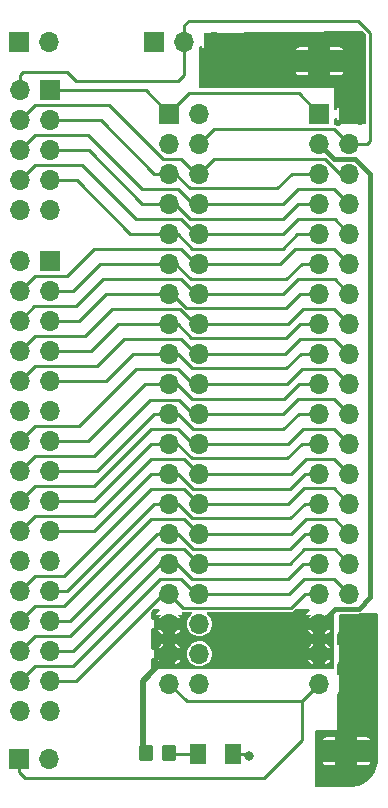
<source format=gbr>
%TF.GenerationSoftware,KiCad,Pcbnew,8.0.1*%
%TF.CreationDate,2024-04-12T14:48:39-05:00*%
%TF.ProjectId,Digilent Discovery LA Adapter,44696769-6c65-46e7-9420-446973636f76,1*%
%TF.SameCoordinates,Original*%
%TF.FileFunction,Copper,L1,Top*%
%TF.FilePolarity,Positive*%
%FSLAX46Y46*%
G04 Gerber Fmt 4.6, Leading zero omitted, Abs format (unit mm)*
G04 Created by KiCad (PCBNEW 8.0.1) date 2024-04-12 14:48:39*
%MOMM*%
%LPD*%
G01*
G04 APERTURE LIST*
G04 Aperture macros list*
%AMRoundRect*
0 Rectangle with rounded corners*
0 $1 Rounding radius*
0 $2 $3 $4 $5 $6 $7 $8 $9 X,Y pos of 4 corners*
0 Add a 4 corners polygon primitive as box body*
4,1,4,$2,$3,$4,$5,$6,$7,$8,$9,$2,$3,0*
0 Add four circle primitives for the rounded corners*
1,1,$1+$1,$2,$3*
1,1,$1+$1,$4,$5*
1,1,$1+$1,$6,$7*
1,1,$1+$1,$8,$9*
0 Add four rect primitives between the rounded corners*
20,1,$1+$1,$2,$3,$4,$5,0*
20,1,$1+$1,$4,$5,$6,$7,0*
20,1,$1+$1,$6,$7,$8,$9,0*
20,1,$1+$1,$8,$9,$2,$3,0*%
G04 Aperture macros list end*
%TA.AperFunction,SMDPad,CuDef*%
%ADD10R,3.450000X1.850000*%
%TD*%
%TA.AperFunction,ComponentPad*%
%ADD11R,1.700000X1.700000*%
%TD*%
%TA.AperFunction,ComponentPad*%
%ADD12O,1.700000X1.700000*%
%TD*%
%TA.AperFunction,SMDPad,CuDef*%
%ADD13RoundRect,0.250001X0.462499X0.624999X-0.462499X0.624999X-0.462499X-0.624999X0.462499X-0.624999X0*%
%TD*%
%TA.AperFunction,SMDPad,CuDef*%
%ADD14RoundRect,0.250000X-0.350000X-0.450000X0.350000X-0.450000X0.350000X0.450000X-0.350000X0.450000X0*%
%TD*%
%TA.AperFunction,ViaPad*%
%ADD15C,0.800000*%
%TD*%
%TA.AperFunction,Conductor*%
%ADD16C,0.254000*%
%TD*%
%TA.AperFunction,Conductor*%
%ADD17C,0.508000*%
%TD*%
%TA.AperFunction,Conductor*%
%ADD18C,0.406400*%
%TD*%
G04 APERTURE END LIST*
D10*
%TO.P,TP2,1,1*%
%TO.N,GND*%
X162560000Y-61595000D03*
%TD*%
%TO.P,TP1,1,1*%
%TO.N,GND*%
X164846000Y-120015000D03*
%TD*%
D11*
%TO.P,J4,1,Pin_1*%
%TO.N,GND*%
X139720000Y-78486000D03*
D12*
%TO.P,J4,2,Pin_2*%
X137180000Y-78486000D03*
%TO.P,J4,3,Pin_3*%
%TO.N,/XA0*%
X139720000Y-81026000D03*
%TO.P,J4,4,Pin_4*%
%TO.N,/XA1*%
X137180000Y-81026000D03*
%TO.P,J4,5,Pin_5*%
%TO.N,/XA2*%
X139720000Y-83566000D03*
%TO.P,J4,6,Pin_6*%
%TO.N,/XA3*%
X137180000Y-83566000D03*
%TO.P,J4,7,Pin_7*%
%TO.N,/XA4*%
X139720000Y-86106000D03*
%TO.P,J4,8,Pin_8*%
%TO.N,/XA5*%
X137180000Y-86106000D03*
%TO.P,J4,9,Pin_9*%
%TO.N,/XA6*%
X139720000Y-88646000D03*
%TO.P,J4,10,Pin_10*%
%TO.N,/XA7*%
X137180000Y-88646000D03*
%TO.P,J4,11,Pin_11*%
%TO.N,GND*%
X139720000Y-91186000D03*
%TO.P,J4,12,Pin_12*%
X137180000Y-91186000D03*
%TO.P,J4,13,Pin_13*%
%TO.N,/XA8*%
X139720000Y-93726000D03*
%TO.P,J4,14,Pin_14*%
%TO.N,/XA9*%
X137180000Y-93726000D03*
%TO.P,J4,15,Pin_15*%
%TO.N,/XA10*%
X139720000Y-96266000D03*
%TO.P,J4,16,Pin_16*%
%TO.N,/XA11*%
X137180000Y-96266000D03*
%TO.P,J4,17,Pin_17*%
%TO.N,/XA12*%
X139720000Y-98806000D03*
%TO.P,J4,18,Pin_18*%
%TO.N,/XA13*%
X137180000Y-98806000D03*
%TO.P,J4,19,Pin_19*%
%TO.N,/XA14*%
X139720000Y-101346000D03*
%TO.P,J4,20,Pin_20*%
%TO.N,/XA15*%
X137180000Y-101346000D03*
%TO.P,J4,21,Pin_21*%
%TO.N,GND*%
X139720000Y-103886000D03*
%TO.P,J4,22,Pin_22*%
X137180000Y-103886000D03*
%TO.P,J4,23,Pin_23*%
%TO.N,/XD0*%
X139720000Y-106426000D03*
%TO.P,J4,24,Pin_24*%
%TO.N,/XD1*%
X137180000Y-106426000D03*
%TO.P,J4,25,Pin_25*%
%TO.N,/XD2*%
X139720000Y-108966000D03*
%TO.P,J4,26,Pin_26*%
%TO.N,/XD3*%
X137180000Y-108966000D03*
%TO.P,J4,27,Pin_27*%
%TO.N,/XD4*%
X139720000Y-111506000D03*
%TO.P,J4,28,Pin_28*%
%TO.N,/XD5*%
X137180000Y-111506000D03*
%TO.P,J4,29,Pin_29*%
%TO.N,/XD6*%
X139720000Y-114046000D03*
%TO.P,J4,30,Pin_30*%
%TO.N,/XD7*%
X137180000Y-114046000D03*
%TO.P,J4,31,Pin_31*%
%TO.N,GND*%
X139720000Y-116586000D03*
%TO.P,J4,32,Pin_32*%
X137180000Y-116586000D03*
%TD*%
D13*
%TO.P,D1,1,K*%
%TO.N,GND*%
X155284500Y-120269000D03*
%TO.P,D1,2,A*%
%TO.N,Net-(D1-A)*%
X152309500Y-120269000D03*
%TD*%
D11*
%TO.P,J6,1,Pin_1*%
%TO.N,/XIN*%
X137155000Y-120650000D03*
D12*
%TO.P,J6,2,Pin_2*%
%TO.N,GND*%
X139695000Y-120650000D03*
%TD*%
D11*
%TO.P,J7,1,Pin_1*%
%TO.N,+5V*%
X137155000Y-59944000D03*
D12*
%TO.P,J7,2,Pin_2*%
%TO.N,GND*%
X139695000Y-59944000D03*
%TD*%
D11*
%TO.P,J2,1,Pin_1*%
%TO.N,/XCLK*%
X162560000Y-66039293D03*
D12*
%TO.P,J2,2,Pin_2*%
%TO.N,GND*%
X165100000Y-66039293D03*
%TO.P,J2,3,Pin_3*%
%TO.N,+5V*%
X162560000Y-68579293D03*
%TO.P,J2,4,Pin_4*%
%TO.N,/XE*%
X165100000Y-68579293D03*
%TO.P,J2,5,Pin_5*%
%TO.N,/XBUSREQ*%
X162560000Y-71119293D03*
%TO.P,J2,6,Pin_6*%
%TO.N,/XSLC*%
X165100000Y-71119293D03*
%TO.P,J2,7,Pin_7*%
%TO.N,/XBUSACK*%
X162560000Y-73659293D03*
%TO.P,J2,8,Pin_8*%
%TO.N,/XIRQ*%
X165100000Y-73659293D03*
%TO.P,J2,9,Pin_9*%
%TO.N,/XRD*%
X162560000Y-76199293D03*
%TO.P,J2,10,Pin_10*%
%TO.N,/XWR*%
X165100000Y-76199293D03*
%TO.P,J2,11,Pin_11*%
%TO.N,/XA0*%
X162560000Y-78739293D03*
%TO.P,J2,12,Pin_12*%
%TO.N,/XA1*%
X165100000Y-78739293D03*
%TO.P,J2,13,Pin_13*%
%TO.N,/XA2*%
X162560000Y-81279293D03*
%TO.P,J2,14,Pin_14*%
%TO.N,/XA3*%
X165100000Y-81279293D03*
%TO.P,J2,15,Pin_15*%
%TO.N,/XA4*%
X162560000Y-83819293D03*
%TO.P,J2,16,Pin_16*%
%TO.N,/XA5*%
X165100000Y-83819293D03*
%TO.P,J2,17,Pin_17*%
%TO.N,/XA6*%
X162560000Y-86359293D03*
%TO.P,J2,18,Pin_18*%
%TO.N,/XA7*%
X165100000Y-86359293D03*
%TO.P,J2,19,Pin_19*%
%TO.N,/XA8*%
X162560000Y-88899293D03*
%TO.P,J2,20,Pin_20*%
%TO.N,/XA9*%
X165100000Y-88899293D03*
%TO.P,J2,21,Pin_21*%
%TO.N,/XA10*%
X162560000Y-91439293D03*
%TO.P,J2,22,Pin_22*%
%TO.N,/XA11*%
X165100000Y-91439293D03*
%TO.P,J2,23,Pin_23*%
%TO.N,/XA12*%
X162560000Y-93979293D03*
%TO.P,J2,24,Pin_24*%
%TO.N,/XA13*%
X165100000Y-93979293D03*
%TO.P,J2,25,Pin_25*%
%TO.N,/XA14*%
X162560000Y-96519293D03*
%TO.P,J2,26,Pin_26*%
%TO.N,/XA15*%
X165100000Y-96519293D03*
%TO.P,J2,27,Pin_27*%
%TO.N,/XD0*%
X162560000Y-99059293D03*
%TO.P,J2,28,Pin_28*%
%TO.N,/XD1*%
X165100000Y-99059293D03*
%TO.P,J2,29,Pin_29*%
%TO.N,/XD2*%
X162560000Y-101599293D03*
%TO.P,J2,30,Pin_30*%
%TO.N,/XD3*%
X165100000Y-101599293D03*
%TO.P,J2,31,Pin_31*%
%TO.N,/XD4*%
X162560000Y-104139293D03*
%TO.P,J2,32,Pin_32*%
%TO.N,/XD5*%
X165100000Y-104139293D03*
%TO.P,J2,33,Pin_33*%
%TO.N,/XD6*%
X162560000Y-106679293D03*
%TO.P,J2,34,Pin_34*%
%TO.N,/XD7*%
X165100000Y-106679293D03*
%TO.P,J2,35,Pin_35*%
%TO.N,+5V*%
X162560000Y-109219293D03*
%TO.P,J2,36,Pin_36*%
%TO.N,GND*%
X165100000Y-109219293D03*
%TO.P,J2,37,Pin_37*%
%TO.N,+5V*%
X162560000Y-111759293D03*
%TO.P,J2,38,Pin_38*%
%TO.N,GND*%
X165100000Y-111759293D03*
%TO.P,J2,39,Pin_39*%
%TO.N,/XIN*%
X162560000Y-114299293D03*
%TO.P,J2,40,Pin_40*%
%TO.N,GND*%
X165100000Y-114299293D03*
%TD*%
D11*
%TO.P,J5,1,Pin_1*%
%TO.N,/XCLK*%
X139720000Y-64038000D03*
D12*
%TO.P,J5,2,Pin_2*%
%TO.N,/XE*%
X137180000Y-64038000D03*
%TO.P,J5,3,Pin_3*%
%TO.N,/XBUSREQ*%
X139720000Y-66578000D03*
%TO.P,J5,4,Pin_4*%
%TO.N,/XSLC*%
X137180000Y-66578000D03*
%TO.P,J5,5,Pin_5*%
%TO.N,/XBUSACK*%
X139720000Y-69118000D03*
%TO.P,J5,6,Pin_6*%
%TO.N,/XIRQ*%
X137180000Y-69118000D03*
%TO.P,J5,7,Pin_7*%
%TO.N,/XRD*%
X139720000Y-71658000D03*
%TO.P,J5,8,Pin_8*%
%TO.N,/XWR*%
X137180000Y-71658000D03*
%TO.P,J5,9,Pin_9*%
%TO.N,GND*%
X139720000Y-74198000D03*
%TO.P,J5,10,Pin_10*%
X137180000Y-74198000D03*
%TD*%
D14*
%TO.P,R1,1*%
%TO.N,+5V*%
X147844000Y-120142000D03*
%TO.P,R1,2*%
%TO.N,Net-(D1-A)*%
X149844000Y-120142000D03*
%TD*%
D11*
%TO.P,J3,1,Pin_1*%
%TO.N,+5V*%
X148590000Y-59944000D03*
D12*
%TO.P,J3,2,Pin_2*%
%TO.N,/XE*%
X151130000Y-59944000D03*
%TO.P,J3,3,Pin_3*%
%TO.N,GND*%
X153670000Y-59944000D03*
%TD*%
D11*
%TO.P,J1,1,Pin_1*%
%TO.N,/XCLK*%
X149860000Y-66040000D03*
D12*
%TO.P,J1,2,Pin_2*%
%TO.N,GND*%
X152400000Y-66040000D03*
%TO.P,J1,3,Pin_3*%
%TO.N,+5V*%
X149860000Y-68580000D03*
%TO.P,J1,4,Pin_4*%
%TO.N,/XE*%
X152400000Y-68580000D03*
%TO.P,J1,5,Pin_5*%
%TO.N,/XBUSREQ*%
X149860000Y-71120000D03*
%TO.P,J1,6,Pin_6*%
%TO.N,/XSLC*%
X152400000Y-71120000D03*
%TO.P,J1,7,Pin_7*%
%TO.N,/XBUSACK*%
X149860000Y-73660000D03*
%TO.P,J1,8,Pin_8*%
%TO.N,/XIRQ*%
X152400000Y-73660000D03*
%TO.P,J1,9,Pin_9*%
%TO.N,/XRD*%
X149860000Y-76200000D03*
%TO.P,J1,10,Pin_10*%
%TO.N,/XWR*%
X152400000Y-76200000D03*
%TO.P,J1,11,Pin_11*%
%TO.N,/XA0*%
X149860000Y-78740000D03*
%TO.P,J1,12,Pin_12*%
%TO.N,/XA1*%
X152400000Y-78740000D03*
%TO.P,J1,13,Pin_13*%
%TO.N,/XA2*%
X149860000Y-81280000D03*
%TO.P,J1,14,Pin_14*%
%TO.N,/XA3*%
X152400000Y-81280000D03*
%TO.P,J1,15,Pin_15*%
%TO.N,/XA4*%
X149860000Y-83820000D03*
%TO.P,J1,16,Pin_16*%
%TO.N,/XA5*%
X152400000Y-83820000D03*
%TO.P,J1,17,Pin_17*%
%TO.N,/XA6*%
X149860000Y-86360000D03*
%TO.P,J1,18,Pin_18*%
%TO.N,/XA7*%
X152400000Y-86360000D03*
%TO.P,J1,19,Pin_19*%
%TO.N,/XA8*%
X149860000Y-88900000D03*
%TO.P,J1,20,Pin_20*%
%TO.N,/XA9*%
X152400000Y-88900000D03*
%TO.P,J1,21,Pin_21*%
%TO.N,/XA10*%
X149860000Y-91440000D03*
%TO.P,J1,22,Pin_22*%
%TO.N,/XA11*%
X152400000Y-91440000D03*
%TO.P,J1,23,Pin_23*%
%TO.N,/XA12*%
X149860000Y-93980000D03*
%TO.P,J1,24,Pin_24*%
%TO.N,/XA13*%
X152400000Y-93980000D03*
%TO.P,J1,25,Pin_25*%
%TO.N,/XA14*%
X149860000Y-96520000D03*
%TO.P,J1,26,Pin_26*%
%TO.N,/XA15*%
X152400000Y-96520000D03*
%TO.P,J1,27,Pin_27*%
%TO.N,/XD0*%
X149860000Y-99060000D03*
%TO.P,J1,28,Pin_28*%
%TO.N,/XD1*%
X152400000Y-99060000D03*
%TO.P,J1,29,Pin_29*%
%TO.N,/XD2*%
X149860000Y-101600000D03*
%TO.P,J1,30,Pin_30*%
%TO.N,/XD3*%
X152400000Y-101600000D03*
%TO.P,J1,31,Pin_31*%
%TO.N,/XD4*%
X149860000Y-104140000D03*
%TO.P,J1,32,Pin_32*%
%TO.N,/XD5*%
X152400000Y-104140000D03*
%TO.P,J1,33,Pin_33*%
%TO.N,/XD6*%
X149860000Y-106680000D03*
%TO.P,J1,34,Pin_34*%
%TO.N,/XD7*%
X152400000Y-106680000D03*
%TO.P,J1,35,Pin_35*%
%TO.N,+5V*%
X149860000Y-109220000D03*
%TO.P,J1,36,Pin_36*%
%TO.N,GND*%
X152400000Y-109220000D03*
%TO.P,J1,37,Pin_37*%
%TO.N,+5V*%
X149860000Y-111760000D03*
%TO.P,J1,38,Pin_38*%
%TO.N,GND*%
X152400000Y-111760000D03*
%TO.P,J1,39,Pin_39*%
%TO.N,/XIN*%
X149860000Y-114300000D03*
%TO.P,J1,40,Pin_40*%
%TO.N,GND*%
X152400000Y-114300000D03*
%TD*%
D15*
%TO.N,GND*%
X165481000Y-61722000D03*
X159512000Y-61595000D03*
X156591000Y-120396000D03*
%TD*%
D16*
%TO.N,/XE*%
X165862000Y-58166000D02*
X151511000Y-58166000D01*
X166878000Y-59182000D02*
X165862000Y-58166000D01*
X151130000Y-58547000D02*
X151130000Y-59944000D01*
X166878000Y-67945000D02*
X166878000Y-59182000D01*
X151511000Y-58166000D02*
X151130000Y-58547000D01*
X166878000Y-67945000D02*
X166878000Y-68326000D01*
X166624707Y-68579293D02*
X166878000Y-68326000D01*
X165100000Y-68579293D02*
X166624707Y-68579293D01*
%TO.N,/XIN*%
X157861000Y-122301000D02*
X161060000Y-119102000D01*
X161060000Y-119102000D02*
X161060000Y-115800000D01*
X137668000Y-122301000D02*
X157861000Y-122301000D01*
X137155000Y-121788000D02*
X137668000Y-122301000D01*
X137155000Y-120650000D02*
X137155000Y-121788000D01*
%TO.N,GND*%
X156464000Y-120269000D02*
X156591000Y-120396000D01*
X155284500Y-120269000D02*
X156464000Y-120269000D01*
%TO.N,Net-(D1-A)*%
X149844000Y-120142000D02*
X149971000Y-120269000D01*
X149971000Y-120269000D02*
X152309500Y-120269000D01*
D17*
%TO.N,+5V*%
X147590000Y-114030000D02*
X149860000Y-111760000D01*
X147844000Y-120142000D02*
X147590000Y-119888000D01*
X147590000Y-119888000D02*
X147590000Y-114030000D01*
D16*
%TO.N,/XE*%
X151130000Y-59944000D02*
X151130000Y-62738000D01*
X137180000Y-62738000D02*
X137180000Y-64038000D01*
X137434000Y-62484000D02*
X137180000Y-62738000D01*
X141986000Y-63246000D02*
X141224000Y-62484000D01*
X150622000Y-63246000D02*
X141986000Y-63246000D01*
X151130000Y-62738000D02*
X150622000Y-63246000D01*
X141224000Y-62484000D02*
X137434000Y-62484000D01*
%TO.N,/XA3*%
X141986000Y-82296000D02*
X144272000Y-80010000D01*
X163850000Y-80030000D02*
X163850000Y-80000000D01*
X159250000Y-81300000D02*
X159230000Y-81280000D01*
X159230000Y-81280000D02*
X152400000Y-81280000D01*
X138430000Y-82316000D02*
X138430000Y-82296000D01*
X138430000Y-82296000D02*
X141986000Y-82296000D01*
X160750000Y-80000000D02*
X159450000Y-81300000D01*
X137180000Y-83566000D02*
X138430000Y-82316000D01*
X152146000Y-81280000D02*
X152400000Y-81280000D01*
X144272000Y-80010000D02*
X150876000Y-80010000D01*
X163850000Y-80000000D02*
X160750000Y-80000000D01*
X150876000Y-80010000D02*
X152146000Y-81280000D01*
X159450000Y-81300000D02*
X159250000Y-81300000D01*
X165100000Y-81280000D02*
X163850000Y-80030000D01*
%TO.N,/XA8*%
X150500000Y-88900000D02*
X151750000Y-90150000D01*
X151750000Y-90150000D02*
X159600000Y-90150000D01*
X160850000Y-88900000D02*
X162560000Y-88900000D01*
X149860000Y-88900000D02*
X150500000Y-88900000D01*
X139720000Y-93726000D02*
X143002000Y-93726000D01*
X159600000Y-90150000D02*
X160850000Y-88900000D01*
X147828000Y-88900000D02*
X149860000Y-88900000D01*
X143002000Y-93726000D02*
X147828000Y-88900000D01*
%TO.N,/XA11*%
X150711800Y-90259800D02*
X151892000Y-91440000D01*
X163830000Y-90170000D02*
X160780000Y-90170000D01*
X137180000Y-96266000D02*
X138450000Y-94996000D01*
X148246200Y-90259800D02*
X150711800Y-90259800D01*
X143510000Y-94996000D02*
X148246200Y-90259800D01*
X159510000Y-91440000D02*
X152400000Y-91440000D01*
X165100000Y-91440000D02*
X163830000Y-90170000D01*
X138450000Y-94996000D02*
X143510000Y-94996000D01*
X151892000Y-91440000D02*
X152400000Y-91440000D01*
X160780000Y-90170000D02*
X159510000Y-91440000D01*
%TO.N,/XD6*%
X141986000Y-114046000D02*
X149352000Y-106680000D01*
X160177719Y-107860200D02*
X161357919Y-106680000D01*
X149352000Y-106680000D02*
X149860000Y-106680000D01*
X151040200Y-107860200D02*
X160177719Y-107860200D01*
X139720000Y-114046000D02*
X141986000Y-114046000D01*
X149860000Y-106680000D02*
X151040200Y-107860200D01*
X161357919Y-106680000D02*
X162560000Y-106680000D01*
%TO.N,/XBUSREQ*%
X149860000Y-71120000D02*
X148590000Y-71120000D01*
X151598000Y-72350000D02*
X159000000Y-72350000D01*
X144048000Y-66578000D02*
X139720000Y-66578000D01*
X160230000Y-71120000D02*
X162560000Y-71120000D01*
X148590000Y-71120000D02*
X144048000Y-66578000D01*
X159000000Y-72350000D02*
X160230000Y-71120000D01*
X149860000Y-71120000D02*
X150368000Y-71120000D01*
X150368000Y-71120000D02*
X151598000Y-72350000D01*
%TO.N,/XD3*%
X151130000Y-100330000D02*
X152400000Y-101600000D01*
X137180000Y-108966000D02*
X138450000Y-107696000D01*
X160150000Y-101600000D02*
X152400000Y-101600000D01*
X165100000Y-101600000D02*
X163850000Y-100350000D01*
X138450000Y-107696000D02*
X140970000Y-107696000D01*
X148336000Y-100330000D02*
X151130000Y-100330000D01*
X140970000Y-107696000D02*
X148336000Y-100330000D01*
X163850000Y-100350000D02*
X161400000Y-100350000D01*
X161400000Y-100350000D02*
X160150000Y-101600000D01*
%TO.N,/XA7*%
X143764000Y-87376000D02*
X146050000Y-85090000D01*
X138450000Y-87376000D02*
X143764000Y-87376000D01*
X152146000Y-86360000D02*
X152400000Y-86360000D01*
X137180000Y-88646000D02*
X138450000Y-87376000D01*
X150876000Y-85090000D02*
X152146000Y-86360000D01*
X165100000Y-86360000D02*
X163830000Y-85090000D01*
X159690000Y-86360000D02*
X152400000Y-86360000D01*
X163830000Y-85090000D02*
X160960000Y-85090000D01*
X160960000Y-85090000D02*
X159690000Y-86360000D01*
X146050000Y-85090000D02*
X150876000Y-85090000D01*
%TO.N,/XA0*%
X144018000Y-78740000D02*
X149860000Y-78740000D01*
X151678000Y-80050000D02*
X159750000Y-80050000D01*
X161060000Y-78740000D02*
X162560000Y-78740000D01*
X150368000Y-78740000D02*
X151678000Y-80050000D01*
X139720000Y-81026000D02*
X141732000Y-81026000D01*
X159750000Y-80050000D02*
X161060000Y-78740000D01*
X149860000Y-78740000D02*
X150368000Y-78740000D01*
X141732000Y-81026000D02*
X144018000Y-78740000D01*
%TO.N,/XD0*%
X139720000Y-106426000D02*
X141224000Y-106426000D01*
X148590000Y-99060000D02*
X149860000Y-99060000D01*
X141224000Y-106426000D02*
X148590000Y-99060000D01*
X149860000Y-99060000D02*
X150549472Y-99060000D01*
X150549472Y-99060000D02*
X151789472Y-100300000D01*
X160100000Y-100300000D02*
X161340000Y-99060000D01*
X151789472Y-100300000D02*
X160100000Y-100300000D01*
X161340000Y-99060000D02*
X162560000Y-99060000D01*
D18*
%TO.N,+5V*%
X163843600Y-107935693D02*
X165876307Y-107935693D01*
X165876307Y-107935693D02*
X166878000Y-106934000D01*
X165607525Y-69850000D02*
X163830707Y-69850000D01*
X166878000Y-106934000D02*
X166878000Y-71120475D01*
X166878000Y-71120475D02*
X165607525Y-69850000D01*
X163830707Y-69850000D02*
X162560000Y-68579293D01*
X162560000Y-109219293D02*
X163843600Y-107935693D01*
D16*
%TO.N,/XE*%
X165100000Y-68580000D02*
X163830000Y-67310000D01*
X166624000Y-68580000D02*
X165100000Y-68580000D01*
X163830000Y-67310000D02*
X153670000Y-67310000D01*
X153670000Y-67310000D02*
X152400000Y-68580000D01*
X166878000Y-68326000D02*
X166624000Y-68580000D01*
%TO.N,/XCLK*%
X147858000Y-64038000D02*
X149860000Y-66040000D01*
X151500000Y-64300000D02*
X149860000Y-65940000D01*
X162560000Y-66040000D02*
X160820000Y-64300000D01*
X149860000Y-65940000D02*
X149860000Y-66040000D01*
X139720000Y-64038000D02*
X147858000Y-64038000D01*
X160820000Y-64300000D02*
X151500000Y-64300000D01*
%TO.N,/XWR*%
X163850000Y-74950000D02*
X160750000Y-74950000D01*
X165100000Y-76200000D02*
X163850000Y-74950000D01*
X147066000Y-74930000D02*
X150876000Y-74930000D01*
X138480000Y-70358000D02*
X142494000Y-70358000D01*
X142494000Y-70358000D02*
X147066000Y-74930000D01*
X137180000Y-71658000D02*
X138480000Y-70358000D01*
X160750000Y-74950000D02*
X159500000Y-76200000D01*
X152146000Y-76200000D02*
X152400000Y-76200000D01*
X159500000Y-76200000D02*
X152400000Y-76200000D01*
X150876000Y-74930000D02*
X152146000Y-76200000D01*
%TO.N,/XA14*%
X151900000Y-97800000D02*
X160077919Y-97800000D01*
X139720000Y-101346000D02*
X143510000Y-101346000D01*
X150620000Y-96520000D02*
X151900000Y-97800000D01*
X143510000Y-101346000D02*
X148336000Y-96520000D01*
X149860000Y-96520000D02*
X150620000Y-96520000D01*
X160077919Y-97800000D02*
X161357919Y-96520000D01*
X148336000Y-96520000D02*
X149860000Y-96520000D01*
X161357919Y-96520000D02*
X162560000Y-96520000D01*
%TO.N,/XIRQ*%
X159490000Y-73660000D02*
X152400000Y-73660000D01*
X152400000Y-73660000D02*
X151892000Y-73660000D01*
X165100000Y-73660000D02*
X163830000Y-72390000D01*
X150622000Y-72390000D02*
X147574000Y-72390000D01*
X163830000Y-72390000D02*
X160760000Y-72390000D01*
X151892000Y-73660000D02*
X150622000Y-72390000D01*
X143002000Y-67818000D02*
X138480000Y-67818000D01*
X138480000Y-67818000D02*
X137180000Y-69118000D01*
X160760000Y-72390000D02*
X159490000Y-73660000D01*
X147574000Y-72390000D02*
X143002000Y-67818000D01*
%TO.N,/XA2*%
X144526000Y-81280000D02*
X149860000Y-81280000D01*
X139720000Y-83566000D02*
X142240000Y-83566000D01*
X159739800Y-82460200D02*
X160920000Y-81280000D01*
X150114000Y-81280000D02*
X151294200Y-82460200D01*
X160920000Y-81280000D02*
X162560000Y-81280000D01*
X142240000Y-83566000D02*
X144526000Y-81280000D01*
X149860000Y-81280000D02*
X150114000Y-81280000D01*
X151294200Y-82460200D02*
X159739800Y-82460200D01*
%TO.N,/XA6*%
X139720000Y-88646000D02*
X144526000Y-88646000D01*
X160990000Y-86360000D02*
X162560000Y-86360000D01*
X159750000Y-87600000D02*
X160990000Y-86360000D01*
X144526000Y-88646000D02*
X146812000Y-86360000D01*
X146812000Y-86360000D02*
X149860000Y-86360000D01*
X150560000Y-86360000D02*
X151800000Y-87600000D01*
X149860000Y-86360000D02*
X150560000Y-86360000D01*
X151800000Y-87600000D02*
X159750000Y-87600000D01*
%TO.N,/XD1*%
X161250000Y-97750000D02*
X159940000Y-99060000D01*
X151130000Y-97790000D02*
X152400000Y-99060000D01*
X140970000Y-105156000D02*
X148336000Y-97790000D01*
X165100000Y-99060000D02*
X163790000Y-97750000D01*
X159940000Y-99060000D02*
X152400000Y-99060000D01*
X163790000Y-97750000D02*
X161250000Y-97750000D01*
X137180000Y-106426000D02*
X138450000Y-105156000D01*
X138450000Y-105156000D02*
X140970000Y-105156000D01*
X148336000Y-97790000D02*
X151130000Y-97790000D01*
%TO.N,/XA15*%
X143510000Y-100076000D02*
X148336000Y-95250000D01*
X138450000Y-100076000D02*
X143510000Y-100076000D01*
X137180000Y-101346000D02*
X138450000Y-100076000D01*
X148336000Y-95250000D02*
X151130000Y-95250000D01*
X160130000Y-96520000D02*
X152400000Y-96520000D01*
X151130000Y-95250000D02*
X152400000Y-96520000D01*
X163830000Y-95250000D02*
X161400000Y-95250000D01*
X165100000Y-96520000D02*
X163830000Y-95250000D01*
X161400000Y-95250000D02*
X160130000Y-96520000D01*
%TO.N,/XD2*%
X151872000Y-102850000D02*
X160107919Y-102850000D01*
X139720000Y-108966000D02*
X141478000Y-108966000D01*
X148844000Y-101600000D02*
X149860000Y-101600000D01*
X161357919Y-101600000D02*
X162560000Y-101600000D01*
X141478000Y-108966000D02*
X148844000Y-101600000D01*
X160107919Y-102850000D02*
X161357919Y-101600000D01*
X149860000Y-101600000D02*
X150622000Y-101600000D01*
X150622000Y-101600000D02*
X151872000Y-102850000D01*
%TO.N,/XA13*%
X143510000Y-97536000D02*
X148336000Y-92710000D01*
X138450000Y-97536000D02*
X143510000Y-97536000D01*
X151892000Y-93980000D02*
X152400000Y-93980000D01*
X137180000Y-98806000D02*
X138450000Y-97536000D01*
X161140000Y-92710000D02*
X159870000Y-93980000D01*
X159870000Y-93980000D02*
X152400000Y-93980000D01*
X150622000Y-92710000D02*
X151892000Y-93980000D01*
X165100000Y-93980000D02*
X163830000Y-92710000D01*
X163830000Y-92710000D02*
X161140000Y-92710000D01*
X148336000Y-92710000D02*
X150622000Y-92710000D01*
%TO.N,/XD5*%
X165100000Y-104140000D02*
X163860000Y-102900000D01*
X141478000Y-110236000D02*
X148844000Y-102870000D01*
X151130000Y-102870000D02*
X152400000Y-104140000D01*
X160060000Y-104140000D02*
X152400000Y-104140000D01*
X161300000Y-102900000D02*
X160060000Y-104140000D01*
X148844000Y-102870000D02*
X151130000Y-102870000D01*
X138450000Y-110236000D02*
X141478000Y-110236000D01*
X137180000Y-111506000D02*
X138450000Y-110236000D01*
X163860000Y-102900000D02*
X161300000Y-102900000D01*
%TO.N,/XA5*%
X137180000Y-86106000D02*
X138450000Y-84836000D01*
X152007422Y-83820000D02*
X152400000Y-83820000D01*
X165100000Y-83820000D02*
X163830000Y-82550000D01*
X145034000Y-82550000D02*
X150737422Y-82550000D01*
X150737422Y-82550000D02*
X152007422Y-83820000D01*
X161150000Y-82550000D02*
X159880000Y-83820000D01*
X142748000Y-84836000D02*
X145034000Y-82550000D01*
X159880000Y-83820000D02*
X152400000Y-83820000D01*
X138450000Y-84836000D02*
X142748000Y-84836000D01*
X163830000Y-82550000D02*
X161150000Y-82550000D01*
%TO.N,/XSLC*%
X164346365Y-71120000D02*
X163076365Y-69850000D01*
X152400000Y-71120000D02*
X152146000Y-71120000D01*
X150876000Y-69850000D02*
X149352000Y-69850000D01*
X149352000Y-69850000D02*
X144780000Y-65278000D01*
X138480000Y-65278000D02*
X137180000Y-66578000D01*
X153670000Y-69850000D02*
X152400000Y-71120000D01*
X144780000Y-65278000D02*
X138480000Y-65278000D01*
X163076365Y-69850000D02*
X153670000Y-69850000D01*
X152146000Y-71120000D02*
X150876000Y-69850000D01*
X165100000Y-71120000D02*
X164346365Y-71120000D01*
%TO.N,/XA10*%
X151900000Y-92750000D02*
X159500000Y-92750000D01*
X143764000Y-96266000D02*
X148590000Y-91440000D01*
X148590000Y-91440000D02*
X149860000Y-91440000D01*
X160810000Y-91440000D02*
X162560000Y-91440000D01*
X149860000Y-91440000D02*
X150590000Y-91440000D01*
X150590000Y-91440000D02*
X151900000Y-92750000D01*
X139720000Y-96266000D02*
X143764000Y-96266000D01*
X159500000Y-92750000D02*
X160810000Y-91440000D01*
%TO.N,/XRD*%
X139720000Y-71658000D02*
X142016000Y-71658000D01*
X160700000Y-76200000D02*
X162560000Y-76200000D01*
X159450000Y-77450000D02*
X160700000Y-76200000D01*
X146558000Y-76200000D02*
X149860000Y-76200000D01*
X151799472Y-77450000D02*
X159450000Y-77450000D01*
X149860000Y-76200000D02*
X150549472Y-76200000D01*
X142016000Y-71658000D02*
X146558000Y-76200000D01*
X150549472Y-76200000D02*
X151799472Y-77450000D01*
%TO.N,/XA12*%
X143510000Y-98806000D02*
X148336000Y-93980000D01*
X161070000Y-93980000D02*
X162560000Y-93980000D01*
X148336000Y-93980000D02*
X149860000Y-93980000D01*
X151750000Y-95200000D02*
X159850000Y-95200000D01*
X150530000Y-93980000D02*
X151750000Y-95200000D01*
X149860000Y-93980000D02*
X150530000Y-93980000D01*
X159850000Y-95200000D02*
X161070000Y-93980000D01*
X139720000Y-98806000D02*
X143510000Y-98806000D01*
%TO.N,/XBUSACK*%
X147574000Y-73660000D02*
X149860000Y-73660000D01*
X160740000Y-73660000D02*
X162560000Y-73660000D01*
X143032000Y-69118000D02*
X147574000Y-73660000D01*
X139720000Y-69118000D02*
X143032000Y-69118000D01*
X151638000Y-74930000D02*
X159470000Y-74930000D01*
X149860000Y-73660000D02*
X150368000Y-73660000D01*
X159470000Y-74930000D02*
X160740000Y-73660000D01*
X150368000Y-73660000D02*
X151638000Y-74930000D01*
%TO.N,/XA4*%
X150549472Y-83820000D02*
X151729672Y-85000200D01*
X143256000Y-86106000D02*
X145542000Y-83820000D01*
X139720000Y-86106000D02*
X143256000Y-86106000D01*
X149860000Y-83820000D02*
X150549472Y-83820000D01*
X145542000Y-83820000D02*
X149860000Y-83820000D01*
X159763760Y-85000200D02*
X160943960Y-83820000D01*
X151729672Y-85000200D02*
X159763760Y-85000200D01*
X160943960Y-83820000D02*
X162560000Y-83820000D01*
%TO.N,/XA9*%
X165100000Y-88900000D02*
X163830000Y-87630000D01*
X138450000Y-92456000D02*
X142240000Y-92456000D01*
X159800000Y-88900000D02*
X152400000Y-88900000D01*
X151892000Y-88900000D02*
X152400000Y-88900000D01*
X150622000Y-87630000D02*
X151892000Y-88900000D01*
X142240000Y-92456000D02*
X147066000Y-87630000D01*
X161070000Y-87630000D02*
X159800000Y-88900000D01*
X163830000Y-87630000D02*
X161070000Y-87630000D01*
X137180000Y-93726000D02*
X138450000Y-92456000D01*
X147066000Y-87630000D02*
X150622000Y-87630000D01*
%TO.N,/XD4*%
X150490000Y-104140000D02*
X151800000Y-105450000D01*
X141732000Y-111506000D02*
X149098000Y-104140000D01*
X139720000Y-111506000D02*
X141732000Y-111506000D01*
X161210000Y-104140000D02*
X162560000Y-104140000D01*
X149098000Y-104140000D02*
X149860000Y-104140000D01*
X159900000Y-105450000D02*
X161210000Y-104140000D01*
X149860000Y-104140000D02*
X150490000Y-104140000D01*
X151800000Y-105450000D02*
X159900000Y-105450000D01*
%TO.N,/XA1*%
X152146000Y-78740000D02*
X152400000Y-78740000D01*
X138450000Y-79756000D02*
X141224000Y-79756000D01*
X163810000Y-77450000D02*
X160530000Y-77450000D01*
X165100000Y-78740000D02*
X163810000Y-77450000D01*
X159240000Y-78740000D02*
X152400000Y-78740000D01*
X143510000Y-77470000D02*
X150876000Y-77470000D01*
X150876000Y-77470000D02*
X152146000Y-78740000D01*
X160530000Y-77450000D02*
X159240000Y-78740000D01*
X137180000Y-81026000D02*
X138450000Y-79756000D01*
X141224000Y-79756000D02*
X143510000Y-77470000D01*
%TO.N,/XIN*%
X149860000Y-114300000D02*
X151360000Y-115800000D01*
X151360000Y-115800000D02*
X161060000Y-115800000D01*
X161060000Y-115800000D02*
X162560000Y-114300000D01*
%TO.N,/XD7*%
X137180000Y-114046000D02*
X138450000Y-112776000D01*
X163830000Y-105410000D02*
X161290000Y-105410000D01*
X165100000Y-106680000D02*
X163830000Y-105410000D01*
X141732000Y-112776000D02*
X149098000Y-105410000D01*
X138450000Y-112776000D02*
X141732000Y-112776000D01*
X149098000Y-105410000D02*
X150876000Y-105410000D01*
X150876000Y-105410000D02*
X152146000Y-106680000D01*
X161290000Y-105410000D02*
X160020000Y-106680000D01*
X160020000Y-106680000D02*
X152400000Y-106680000D01*
X152146000Y-106680000D02*
X152400000Y-106680000D01*
%TD*%
%TA.AperFunction,Conductor*%
%TO.N,+5V*%
G36*
X149113945Y-108473944D02*
G01*
X149113944Y-108473945D01*
X148982732Y-108633828D01*
X148982729Y-108633831D01*
X148936671Y-108719999D01*
X148936672Y-108720000D01*
X149794174Y-108720000D01*
X149667007Y-108754075D01*
X149552993Y-108819901D01*
X149459901Y-108912993D01*
X149394075Y-109027007D01*
X149360000Y-109154174D01*
X149360000Y-109285826D01*
X149394075Y-109412993D01*
X149459901Y-109527007D01*
X149552993Y-109620099D01*
X149667007Y-109685925D01*
X149794174Y-109720000D01*
X149925826Y-109720000D01*
X150360000Y-109720000D01*
X150360000Y-110143326D01*
X150446172Y-110097267D01*
X150606054Y-109966055D01*
X150606055Y-109966054D01*
X150737267Y-109806171D01*
X150737270Y-109806168D01*
X150783328Y-109720000D01*
X150360000Y-109720000D01*
X149925826Y-109720000D01*
X150052993Y-109685925D01*
X150167007Y-109620099D01*
X150260099Y-109527007D01*
X150325925Y-109412993D01*
X150360000Y-109285826D01*
X150360000Y-109154174D01*
X150325925Y-109027007D01*
X150260099Y-108912993D01*
X150167007Y-108819901D01*
X150052993Y-108754075D01*
X149925826Y-108720000D01*
X150783328Y-108720000D01*
X150783328Y-108719999D01*
X150737270Y-108633831D01*
X150737267Y-108633828D01*
X150606055Y-108473945D01*
X150606054Y-108473944D01*
X150586626Y-108458000D01*
X151667543Y-108458000D01*
X151651317Y-108471316D01*
X151651316Y-108471317D01*
X151519642Y-108631762D01*
X151519637Y-108631769D01*
X151421798Y-108814813D01*
X151421795Y-108814820D01*
X151361548Y-109013433D01*
X151361547Y-109013437D01*
X151361547Y-109013439D01*
X151341202Y-109220000D01*
X151361547Y-109426561D01*
X151361547Y-109426563D01*
X151361548Y-109426566D01*
X151421795Y-109625179D01*
X151421798Y-109625186D01*
X151519637Y-109808230D01*
X151519642Y-109808237D01*
X151651317Y-109968683D01*
X151729621Y-110032946D01*
X151811762Y-110100357D01*
X151811769Y-110100362D01*
X151994813Y-110198201D01*
X151994820Y-110198204D01*
X152156458Y-110247235D01*
X152193439Y-110258453D01*
X152400000Y-110278798D01*
X152606561Y-110258453D01*
X152705872Y-110228327D01*
X152805179Y-110198204D01*
X152805186Y-110198201D01*
X152988230Y-110100362D01*
X152988231Y-110100360D01*
X152988237Y-110100358D01*
X153148683Y-109968683D01*
X153280358Y-109808237D01*
X153281463Y-109806171D01*
X153327900Y-109719293D01*
X161636672Y-109719293D01*
X161682729Y-109805461D01*
X161682732Y-109805464D01*
X161813944Y-109965347D01*
X161813945Y-109965348D01*
X161973828Y-110096560D01*
X161973827Y-110096560D01*
X162060000Y-110142619D01*
X162060000Y-109719293D01*
X161636672Y-109719293D01*
X153327900Y-109719293D01*
X153378201Y-109625186D01*
X153378204Y-109625179D01*
X153438451Y-109426566D01*
X153438453Y-109426561D01*
X153458798Y-109220000D01*
X153438453Y-109013439D01*
X153410856Y-108922463D01*
X153378204Y-108814820D01*
X153378201Y-108814813D01*
X153280362Y-108631769D01*
X153280357Y-108631762D01*
X153148683Y-108471317D01*
X153148682Y-108471316D01*
X153132456Y-108458000D01*
X161832512Y-108458000D01*
X161813944Y-108473238D01*
X161682732Y-108633121D01*
X161682729Y-108633124D01*
X161636671Y-108719292D01*
X161636672Y-108719293D01*
X162494174Y-108719293D01*
X162367007Y-108753368D01*
X162252993Y-108819194D01*
X162159901Y-108912286D01*
X162094075Y-109026300D01*
X162060000Y-109153467D01*
X162060000Y-109285119D01*
X162094075Y-109412286D01*
X162159901Y-109526300D01*
X162252993Y-109619392D01*
X162367007Y-109685218D01*
X162494174Y-109719293D01*
X162625826Y-109719293D01*
X163060000Y-109719293D01*
X163060000Y-110142619D01*
X163146172Y-110096560D01*
X163306054Y-109965348D01*
X163306055Y-109965347D01*
X163437267Y-109805464D01*
X163437270Y-109805461D01*
X163483328Y-109719293D01*
X163060000Y-109719293D01*
X162625826Y-109719293D01*
X162752993Y-109685218D01*
X162867007Y-109619392D01*
X162960099Y-109526300D01*
X163025925Y-109412286D01*
X163060000Y-109285119D01*
X163060000Y-109153467D01*
X163025925Y-109026300D01*
X162960099Y-108912286D01*
X162867007Y-108819194D01*
X162752993Y-108753368D01*
X162625826Y-108719293D01*
X163483328Y-108719293D01*
X163483328Y-108719292D01*
X163437270Y-108633124D01*
X163437267Y-108633121D01*
X163306055Y-108473238D01*
X163287487Y-108458000D01*
X163830000Y-108458000D01*
X163830000Y-112929400D01*
X163810787Y-112988531D01*
X163760487Y-113025076D01*
X163729400Y-113030000D01*
X148590000Y-113030000D01*
X148590000Y-112260000D01*
X148936672Y-112260000D01*
X148982729Y-112346168D01*
X148982732Y-112346171D01*
X149113944Y-112506054D01*
X149113945Y-112506055D01*
X149273828Y-112637267D01*
X149273827Y-112637267D01*
X149360000Y-112683326D01*
X149360000Y-112260000D01*
X148936672Y-112260000D01*
X148590000Y-112260000D01*
X148590000Y-111825826D01*
X149360000Y-111825826D01*
X149394075Y-111952993D01*
X149459901Y-112067007D01*
X149552993Y-112160099D01*
X149667007Y-112225925D01*
X149794174Y-112260000D01*
X149925826Y-112260000D01*
X150360000Y-112260000D01*
X150360000Y-112683326D01*
X150446172Y-112637267D01*
X150606054Y-112506055D01*
X150606055Y-112506054D01*
X150737267Y-112346171D01*
X150737270Y-112346168D01*
X150783328Y-112260000D01*
X150360000Y-112260000D01*
X149925826Y-112260000D01*
X150052993Y-112225925D01*
X150167007Y-112160099D01*
X150260099Y-112067007D01*
X150325925Y-111952993D01*
X150360000Y-111825826D01*
X150360000Y-111760000D01*
X151341202Y-111760000D01*
X151361547Y-111966561D01*
X151361547Y-111966563D01*
X151361548Y-111966566D01*
X151421795Y-112165179D01*
X151421798Y-112165186D01*
X151519637Y-112348230D01*
X151519642Y-112348237D01*
X151651317Y-112508683D01*
X151729621Y-112572946D01*
X151811762Y-112640357D01*
X151811769Y-112640362D01*
X151994813Y-112738201D01*
X151994820Y-112738204D01*
X152156458Y-112787235D01*
X152193439Y-112798453D01*
X152400000Y-112818798D01*
X152606561Y-112798453D01*
X152705872Y-112768327D01*
X152805179Y-112738204D01*
X152805186Y-112738201D01*
X152988230Y-112640362D01*
X152988231Y-112640360D01*
X152988237Y-112640358D01*
X153148683Y-112508683D01*
X153280358Y-112348237D01*
X153281463Y-112346171D01*
X153327900Y-112259293D01*
X161636672Y-112259293D01*
X161682729Y-112345461D01*
X161682732Y-112345464D01*
X161813944Y-112505347D01*
X161813945Y-112505348D01*
X161973828Y-112636560D01*
X161973827Y-112636560D01*
X162060000Y-112682619D01*
X162060000Y-112259293D01*
X161636672Y-112259293D01*
X153327900Y-112259293D01*
X153378201Y-112165186D01*
X153378204Y-112165179D01*
X153438451Y-111966566D01*
X153438453Y-111966561D01*
X153452384Y-111825119D01*
X162060000Y-111825119D01*
X162094075Y-111952286D01*
X162159901Y-112066300D01*
X162252993Y-112159392D01*
X162367007Y-112225218D01*
X162494174Y-112259293D01*
X162625826Y-112259293D01*
X163060000Y-112259293D01*
X163060000Y-112682619D01*
X163146172Y-112636560D01*
X163306054Y-112505348D01*
X163306055Y-112505347D01*
X163437267Y-112345464D01*
X163437270Y-112345461D01*
X163483328Y-112259293D01*
X163060000Y-112259293D01*
X162625826Y-112259293D01*
X162752993Y-112225218D01*
X162867007Y-112159392D01*
X162960099Y-112066300D01*
X163025925Y-111952286D01*
X163060000Y-111825119D01*
X163060000Y-111693467D01*
X163025925Y-111566300D01*
X162960099Y-111452286D01*
X162867007Y-111359194D01*
X162752993Y-111293368D01*
X162625826Y-111259293D01*
X162494174Y-111259293D01*
X162367007Y-111293368D01*
X162252993Y-111359194D01*
X162159901Y-111452286D01*
X162094075Y-111566300D01*
X162060000Y-111693467D01*
X162060000Y-111825119D01*
X153452384Y-111825119D01*
X153458798Y-111760000D01*
X153438453Y-111553439D01*
X153410856Y-111462463D01*
X153378204Y-111354820D01*
X153378201Y-111354813D01*
X153327144Y-111259292D01*
X161636671Y-111259292D01*
X161636672Y-111259293D01*
X162060000Y-111259293D01*
X162060000Y-110835964D01*
X163060000Y-110835964D01*
X163060000Y-111259293D01*
X163483328Y-111259293D01*
X163483328Y-111259292D01*
X163437270Y-111173124D01*
X163437267Y-111173121D01*
X163306055Y-111013238D01*
X163306054Y-111013237D01*
X163146171Y-110882025D01*
X163146168Y-110882022D01*
X163060000Y-110835964D01*
X162060000Y-110835964D01*
X162059999Y-110835964D01*
X161973831Y-110882022D01*
X161973828Y-110882025D01*
X161813945Y-111013237D01*
X161813944Y-111013238D01*
X161682732Y-111173121D01*
X161682729Y-111173124D01*
X161636671Y-111259292D01*
X153327144Y-111259292D01*
X153280362Y-111171769D01*
X153280357Y-111171762D01*
X153148683Y-111011317D01*
X153148682Y-111011316D01*
X152988237Y-110879642D01*
X152988230Y-110879637D01*
X152805186Y-110781798D01*
X152805179Y-110781795D01*
X152606566Y-110721548D01*
X152606563Y-110721547D01*
X152606561Y-110721547D01*
X152400000Y-110701202D01*
X152193439Y-110721547D01*
X152193437Y-110721547D01*
X152193433Y-110721548D01*
X151994820Y-110781795D01*
X151994813Y-110781798D01*
X151811769Y-110879637D01*
X151811762Y-110879642D01*
X151651317Y-111011316D01*
X151651316Y-111011317D01*
X151519642Y-111171762D01*
X151519637Y-111171769D01*
X151421798Y-111354813D01*
X151421795Y-111354820D01*
X151361548Y-111553433D01*
X151361547Y-111553437D01*
X151361547Y-111553439D01*
X151341202Y-111760000D01*
X150360000Y-111760000D01*
X150360000Y-111694174D01*
X150325925Y-111567007D01*
X150260099Y-111452993D01*
X150167007Y-111359901D01*
X150052993Y-111294075D01*
X149925826Y-111260000D01*
X149794174Y-111260000D01*
X149667007Y-111294075D01*
X149552993Y-111359901D01*
X149459901Y-111452993D01*
X149394075Y-111567007D01*
X149360000Y-111694174D01*
X149360000Y-111825826D01*
X148590000Y-111825826D01*
X148590000Y-111259999D01*
X148936671Y-111259999D01*
X148936672Y-111260000D01*
X149360000Y-111260000D01*
X149360000Y-110836671D01*
X150360000Y-110836671D01*
X150360000Y-111260000D01*
X150783328Y-111260000D01*
X150783328Y-111259999D01*
X150737270Y-111173831D01*
X150737267Y-111173828D01*
X150606055Y-111013945D01*
X150606054Y-111013944D01*
X150446171Y-110882732D01*
X150446168Y-110882729D01*
X150360000Y-110836671D01*
X149360000Y-110836671D01*
X149359999Y-110836671D01*
X149273831Y-110882729D01*
X149273828Y-110882732D01*
X149113945Y-111013944D01*
X149113944Y-111013945D01*
X148982732Y-111173828D01*
X148982729Y-111173831D01*
X148936671Y-111259999D01*
X148590000Y-111259999D01*
X148590000Y-109720000D01*
X148936672Y-109720000D01*
X148982729Y-109806168D01*
X148982732Y-109806171D01*
X149113944Y-109966054D01*
X149113945Y-109966055D01*
X149273828Y-110097267D01*
X149273827Y-110097267D01*
X149360000Y-110143326D01*
X149360000Y-109720000D01*
X148936672Y-109720000D01*
X148590000Y-109720000D01*
X148590000Y-108458000D01*
X149133373Y-108458000D01*
X149113945Y-108473944D01*
G37*
%TD.AperFunction*%
%TD*%
%TA.AperFunction,Conductor*%
%TO.N,+5V*%
G36*
X148541203Y-112136516D02*
G01*
X148578977Y-112195294D01*
X148579775Y-112198136D01*
X148586566Y-112223483D01*
X148586570Y-112223492D01*
X148686399Y-112437578D01*
X148821894Y-112631082D01*
X148988920Y-112798108D01*
X148997944Y-112804427D01*
X149041567Y-112859004D01*
X149048759Y-112928503D01*
X149017235Y-112990857D01*
X148957005Y-113026270D01*
X148926818Y-113030000D01*
X148590000Y-113030000D01*
X148460000Y-113030000D01*
X148392961Y-113010315D01*
X148347206Y-112957511D01*
X148336000Y-112906000D01*
X148336000Y-112230229D01*
X148355685Y-112163190D01*
X148408489Y-112117435D01*
X148477647Y-112107491D01*
X148541203Y-112136516D01*
G37*
%TD.AperFunction*%
%TA.AperFunction,Conductor*%
G36*
X151333177Y-112025306D02*
G01*
X151387055Y-112069791D01*
X151403025Y-112103299D01*
X151421797Y-112165181D01*
X151421801Y-112165191D01*
X151519638Y-112348231D01*
X151519642Y-112348238D01*
X151651316Y-112508683D01*
X151811761Y-112640357D01*
X151811768Y-112640361D01*
X151994808Y-112738198D01*
X151994809Y-112738198D01*
X151994816Y-112738202D01*
X152156803Y-112787339D01*
X152215241Y-112825637D01*
X152243697Y-112889449D01*
X152233137Y-112958516D01*
X152186913Y-113010910D01*
X152120807Y-113030000D01*
X150793182Y-113030000D01*
X150726143Y-113010315D01*
X150680388Y-112957511D01*
X150670444Y-112888353D01*
X150699469Y-112824797D01*
X150722056Y-112804427D01*
X150731079Y-112798108D01*
X150898105Y-112631082D01*
X151033600Y-112437578D01*
X151133429Y-112223492D01*
X151133433Y-112223483D01*
X151164590Y-112107202D01*
X151200954Y-112047542D01*
X151263801Y-112017012D01*
X151333177Y-112025306D01*
G37*
%TD.AperFunction*%
%TA.AperFunction,Conductor*%
G36*
X161692846Y-107969685D02*
G01*
X161738601Y-108022489D01*
X161748545Y-108091647D01*
X161719520Y-108155203D01*
X161696932Y-108175574D01*
X161688924Y-108181180D01*
X161521891Y-108348213D01*
X161521886Y-108348219D01*
X161386400Y-108541713D01*
X161386399Y-108541715D01*
X161286570Y-108755800D01*
X161286567Y-108755806D01*
X161229364Y-108969292D01*
X161229364Y-108969293D01*
X162126988Y-108969293D01*
X162094075Y-109026300D01*
X162060000Y-109153467D01*
X162060000Y-109285119D01*
X162094075Y-109412286D01*
X162126988Y-109469293D01*
X161229364Y-109469293D01*
X161286567Y-109682779D01*
X161286570Y-109682785D01*
X161386399Y-109896871D01*
X161521894Y-110090375D01*
X161688917Y-110257398D01*
X161875031Y-110387718D01*
X161918656Y-110442296D01*
X161925848Y-110511794D01*
X161894326Y-110574149D01*
X161875031Y-110590868D01*
X161688922Y-110721183D01*
X161688920Y-110721184D01*
X161521891Y-110888213D01*
X161521886Y-110888219D01*
X161386400Y-111081713D01*
X161386399Y-111081715D01*
X161286570Y-111295800D01*
X161286567Y-111295806D01*
X161229364Y-111509292D01*
X161229364Y-111509293D01*
X162126988Y-111509293D01*
X162094075Y-111566300D01*
X162060000Y-111693467D01*
X162060000Y-111825119D01*
X162094075Y-111952286D01*
X162126988Y-112009293D01*
X161229364Y-112009293D01*
X161286567Y-112222779D01*
X161286570Y-112222785D01*
X161386399Y-112436871D01*
X161521894Y-112630375D01*
X161688921Y-112797402D01*
X161698952Y-112804426D01*
X161742577Y-112859003D01*
X161749769Y-112928502D01*
X161718246Y-112990856D01*
X161658016Y-113026269D01*
X161627828Y-113030000D01*
X152679193Y-113030000D01*
X152612154Y-113010315D01*
X152566399Y-112957511D01*
X152556455Y-112888353D01*
X152585480Y-112824797D01*
X152643196Y-112787339D01*
X152805184Y-112738202D01*
X152988237Y-112640358D01*
X153148683Y-112508683D01*
X153280358Y-112348237D01*
X153378202Y-112165184D01*
X153438453Y-111966561D01*
X153458798Y-111760000D01*
X153438453Y-111553439D01*
X153378202Y-111354816D01*
X153347040Y-111296516D01*
X153280361Y-111171768D01*
X153280357Y-111171761D01*
X153148683Y-111011316D01*
X152988238Y-110879642D01*
X152988231Y-110879638D01*
X152805191Y-110781801D01*
X152805188Y-110781800D01*
X152805187Y-110781799D01*
X152805184Y-110781798D01*
X152606561Y-110721547D01*
X152606559Y-110721546D01*
X152606561Y-110721546D01*
X152400000Y-110701202D01*
X152193440Y-110721546D01*
X152076165Y-110757121D01*
X151994816Y-110781798D01*
X151994813Y-110781799D01*
X151994811Y-110781800D01*
X151994808Y-110781801D01*
X151811768Y-110879638D01*
X151811761Y-110879642D01*
X151651316Y-111011316D01*
X151519642Y-111171761D01*
X151519638Y-111171768D01*
X151421801Y-111354808D01*
X151421798Y-111354815D01*
X151403025Y-111416701D01*
X151364727Y-111475139D01*
X151300915Y-111503595D01*
X151231848Y-111493034D01*
X151179455Y-111446809D01*
X151164590Y-111412797D01*
X151133433Y-111296516D01*
X151133429Y-111296507D01*
X151033600Y-111082422D01*
X151033599Y-111082420D01*
X150898113Y-110888926D01*
X150898108Y-110888920D01*
X150731082Y-110721894D01*
X150544968Y-110591575D01*
X150501344Y-110536998D01*
X150494151Y-110467499D01*
X150525673Y-110405145D01*
X150544968Y-110388425D01*
X150731082Y-110258105D01*
X150898105Y-110091082D01*
X151033600Y-109897578D01*
X151133429Y-109683492D01*
X151133433Y-109683483D01*
X151164590Y-109567202D01*
X151200954Y-109507542D01*
X151263801Y-109477012D01*
X151333177Y-109485306D01*
X151387055Y-109529791D01*
X151403025Y-109563299D01*
X151421797Y-109625181D01*
X151421801Y-109625191D01*
X151519638Y-109808231D01*
X151519642Y-109808238D01*
X151651316Y-109968683D01*
X151811761Y-110100357D01*
X151811768Y-110100361D01*
X151994808Y-110198198D01*
X151994809Y-110198198D01*
X151994816Y-110198202D01*
X152193439Y-110258453D01*
X152193438Y-110258453D01*
X152211958Y-110260277D01*
X152400000Y-110278798D01*
X152606561Y-110258453D01*
X152805184Y-110198202D01*
X152988237Y-110100358D01*
X153148683Y-109968683D01*
X153280358Y-109808237D01*
X153378202Y-109625184D01*
X153438453Y-109426561D01*
X153458798Y-109220000D01*
X153438453Y-109013439D01*
X153378202Y-108814816D01*
X153347040Y-108756516D01*
X153280361Y-108631768D01*
X153280357Y-108631761D01*
X153148683Y-108471316D01*
X153074886Y-108410753D01*
X153035552Y-108353008D01*
X153033681Y-108283163D01*
X153069868Y-108223395D01*
X153132624Y-108192679D01*
X153153551Y-108190900D01*
X160221254Y-108190900D01*
X160221256Y-108190900D01*
X160221257Y-108190900D01*
X160305365Y-108168364D01*
X160380774Y-108124826D01*
X160442345Y-108063255D01*
X160442345Y-108063253D01*
X160452546Y-108053053D01*
X160452549Y-108053048D01*
X160519281Y-107986316D01*
X160580603Y-107952834D01*
X160606960Y-107950000D01*
X161625807Y-107950000D01*
X161692846Y-107969685D01*
G37*
%TD.AperFunction*%
%TA.AperFunction,Conductor*%
G36*
X148541203Y-109596516D02*
G01*
X148578977Y-109655294D01*
X148579775Y-109658136D01*
X148586566Y-109683483D01*
X148586570Y-109683492D01*
X148686399Y-109897578D01*
X148821894Y-110091082D01*
X148988917Y-110258105D01*
X149175031Y-110388425D01*
X149218656Y-110443003D01*
X149225848Y-110512501D01*
X149194326Y-110574856D01*
X149175031Y-110591575D01*
X148988922Y-110721890D01*
X148988920Y-110721891D01*
X148821891Y-110888920D01*
X148821886Y-110888926D01*
X148686400Y-111082420D01*
X148686399Y-111082422D01*
X148586570Y-111296507D01*
X148586567Y-111296513D01*
X148579775Y-111321864D01*
X148543410Y-111381524D01*
X148480563Y-111412053D01*
X148411187Y-111403758D01*
X148357309Y-111359273D01*
X148336035Y-111292721D01*
X148336000Y-111289770D01*
X148336000Y-109690229D01*
X148355685Y-109623190D01*
X148408489Y-109577435D01*
X148477647Y-109567491D01*
X148541203Y-109596516D01*
G37*
%TD.AperFunction*%
%TA.AperFunction,Conductor*%
G36*
X150110000Y-111326988D02*
G01*
X150052993Y-111294075D01*
X149925826Y-111260000D01*
X149794174Y-111260000D01*
X149667007Y-111294075D01*
X149610000Y-111326988D01*
X149610000Y-109653012D01*
X149667007Y-109685925D01*
X149794174Y-109720000D01*
X149925826Y-109720000D01*
X150052993Y-109685925D01*
X150110000Y-109653012D01*
X150110000Y-111326988D01*
G37*
%TD.AperFunction*%
%TA.AperFunction,Conductor*%
G36*
X162810000Y-111326281D02*
G01*
X162752993Y-111293368D01*
X162625826Y-111259293D01*
X162494174Y-111259293D01*
X162367007Y-111293368D01*
X162310000Y-111326281D01*
X162310000Y-109652305D01*
X162367007Y-109685218D01*
X162494174Y-109719293D01*
X162625826Y-109719293D01*
X162752993Y-109685218D01*
X162810000Y-109652305D01*
X162810000Y-111326281D01*
G37*
%TD.AperFunction*%
%TA.AperFunction,Conductor*%
G36*
X163790854Y-110062054D02*
G01*
X163826268Y-110122283D01*
X163830000Y-110152474D01*
X163830000Y-110826110D01*
X163810315Y-110893149D01*
X163757511Y-110938904D01*
X163688353Y-110948848D01*
X163624797Y-110919823D01*
X163604426Y-110897234D01*
X163598115Y-110888222D01*
X163598108Y-110888213D01*
X163431082Y-110721187D01*
X163244968Y-110590868D01*
X163201344Y-110536291D01*
X163194151Y-110466792D01*
X163225673Y-110404438D01*
X163244968Y-110387718D01*
X163431082Y-110257398D01*
X163598106Y-110090374D01*
X163604424Y-110081352D01*
X163659000Y-110037726D01*
X163728499Y-110030532D01*
X163790854Y-110062054D01*
G37*
%TD.AperFunction*%
%TA.AperFunction,Conductor*%
G36*
X151713488Y-108210585D02*
G01*
X151759243Y-108263389D01*
X151769187Y-108332547D01*
X151740162Y-108396103D01*
X151725114Y-108410753D01*
X151651316Y-108471316D01*
X151519642Y-108631761D01*
X151519638Y-108631768D01*
X151421801Y-108814808D01*
X151421798Y-108814815D01*
X151403025Y-108876701D01*
X151364727Y-108935139D01*
X151300915Y-108963595D01*
X151231848Y-108953034D01*
X151179455Y-108906809D01*
X151164590Y-108872797D01*
X151133433Y-108756516D01*
X151133429Y-108756507D01*
X151033601Y-108542424D01*
X150924089Y-108386025D01*
X150901762Y-108319818D01*
X150918772Y-108252051D01*
X150969720Y-108204238D01*
X151025664Y-108190901D01*
X151091333Y-108190901D01*
X151091349Y-108190900D01*
X151646449Y-108190900D01*
X151713488Y-108210585D01*
G37*
%TD.AperFunction*%
%TA.AperFunction,Conductor*%
G36*
X148993856Y-107969685D02*
G01*
X149039611Y-108022489D01*
X149049555Y-108091647D01*
X149020530Y-108155203D01*
X148997941Y-108175574D01*
X148988929Y-108181884D01*
X148988920Y-108181891D01*
X148821891Y-108348920D01*
X148821886Y-108348926D01*
X148686400Y-108542420D01*
X148686399Y-108542422D01*
X148586570Y-108756507D01*
X148586567Y-108756513D01*
X148579775Y-108781864D01*
X148543410Y-108841524D01*
X148480563Y-108872053D01*
X148411187Y-108863758D01*
X148357309Y-108819273D01*
X148336035Y-108752721D01*
X148336000Y-108749770D01*
X148336000Y-108215041D01*
X148355685Y-108148002D01*
X148372319Y-108127360D01*
X148513360Y-107986319D01*
X148574683Y-107952834D01*
X148601041Y-107950000D01*
X148926817Y-107950000D01*
X148993856Y-107969685D01*
G37*
%TD.AperFunction*%
%TD*%
%TA.AperFunction,Conductor*%
%TO.N,GND*%
G36*
X167455539Y-108350685D02*
G01*
X167501294Y-108403489D01*
X167512500Y-108455000D01*
X167512500Y-120686249D01*
X167512274Y-120693736D01*
X167495654Y-120968486D01*
X167493849Y-120983351D01*
X167444909Y-121250404D01*
X167441326Y-121264942D01*
X167360560Y-121524132D01*
X167355250Y-121538133D01*
X167243822Y-121785716D01*
X167236863Y-121798975D01*
X167096409Y-122031315D01*
X167087903Y-122043638D01*
X166920465Y-122257357D01*
X166910535Y-122268565D01*
X166718565Y-122460535D01*
X166707357Y-122470465D01*
X166493638Y-122637903D01*
X166481315Y-122646409D01*
X166248975Y-122786863D01*
X166235716Y-122793822D01*
X165988133Y-122905250D01*
X165974137Y-122910557D01*
X165884468Y-122938500D01*
X165714942Y-122991326D01*
X165700404Y-122994909D01*
X165433351Y-123043849D01*
X165418486Y-123045654D01*
X165143736Y-123062274D01*
X165136249Y-123062500D01*
X162303000Y-123062500D01*
X162235961Y-123042815D01*
X162190206Y-122990011D01*
X162179000Y-122938500D01*
X162179000Y-120940000D01*
X162867001Y-120940000D01*
X162867001Y-120965014D01*
X162881737Y-121039106D01*
X162881738Y-121039109D01*
X162937876Y-121123123D01*
X163021895Y-121179263D01*
X163021896Y-121179264D01*
X163095980Y-121193999D01*
X163920999Y-121193999D01*
X163921000Y-121193998D01*
X163921000Y-120940000D01*
X165771000Y-120940000D01*
X165771000Y-121193999D01*
X166596015Y-121193999D01*
X166670106Y-121179262D01*
X166670109Y-121179261D01*
X166754123Y-121123123D01*
X166810263Y-121039104D01*
X166810264Y-121039103D01*
X166824999Y-120965021D01*
X166825000Y-120965018D01*
X166825000Y-120940000D01*
X165771000Y-120940000D01*
X163921000Y-120940000D01*
X162867001Y-120940000D01*
X162179000Y-120940000D01*
X162179000Y-119090000D01*
X162867000Y-119090000D01*
X163921000Y-119090000D01*
X163921000Y-118836000D01*
X165771000Y-118836000D01*
X165771000Y-119090000D01*
X166824999Y-119090000D01*
X166824999Y-119064985D01*
X166810262Y-118990893D01*
X166810261Y-118990890D01*
X166754123Y-118906876D01*
X166670104Y-118850736D01*
X166670103Y-118850735D01*
X166596021Y-118836000D01*
X165771000Y-118836000D01*
X163921000Y-118836000D01*
X163095985Y-118836000D01*
X163021893Y-118850737D01*
X163021890Y-118850738D01*
X162937876Y-118906876D01*
X162881736Y-118990895D01*
X162881735Y-118990896D01*
X162867000Y-119064978D01*
X162867000Y-119090000D01*
X162179000Y-119090000D01*
X162179000Y-118361000D01*
X162198685Y-118293961D01*
X162251489Y-118248206D01*
X162303000Y-118237000D01*
X164084000Y-118237000D01*
X164084000Y-115150523D01*
X164103685Y-115083484D01*
X164156489Y-115037729D01*
X164168594Y-115032951D01*
X164250000Y-115005666D01*
X164250000Y-114365119D01*
X164600000Y-114365119D01*
X164634075Y-114492286D01*
X164699901Y-114606300D01*
X164792993Y-114699392D01*
X164907007Y-114765218D01*
X165034174Y-114799293D01*
X165165826Y-114799293D01*
X165292993Y-114765218D01*
X165407007Y-114699392D01*
X165500099Y-114606300D01*
X165565925Y-114492286D01*
X165600000Y-114365119D01*
X165600000Y-114233467D01*
X165565925Y-114106300D01*
X165500099Y-113992286D01*
X165407007Y-113899194D01*
X165292993Y-113833368D01*
X165165826Y-113799293D01*
X165034174Y-113799293D01*
X164907007Y-113833368D01*
X164792993Y-113899194D01*
X164699901Y-113992286D01*
X164634075Y-114106300D01*
X164600000Y-114233467D01*
X164600000Y-114365119D01*
X164250000Y-114365119D01*
X164250000Y-113592917D01*
X164168594Y-113565633D01*
X164111285Y-113525664D01*
X164084683Y-113461057D01*
X164084000Y-113448061D01*
X164084000Y-112610523D01*
X164103685Y-112543484D01*
X164156489Y-112497729D01*
X164168594Y-112492951D01*
X164250000Y-112465666D01*
X164250000Y-111825119D01*
X164600000Y-111825119D01*
X164634075Y-111952286D01*
X164699901Y-112066300D01*
X164792993Y-112159392D01*
X164907007Y-112225218D01*
X165034174Y-112259293D01*
X165165826Y-112259293D01*
X165292993Y-112225218D01*
X165407007Y-112159392D01*
X165500099Y-112066300D01*
X165565925Y-111952286D01*
X165600000Y-111825119D01*
X165600000Y-111693467D01*
X165565925Y-111566300D01*
X165500099Y-111452286D01*
X165407007Y-111359194D01*
X165292993Y-111293368D01*
X165165826Y-111259293D01*
X165034174Y-111259293D01*
X164907007Y-111293368D01*
X164792993Y-111359194D01*
X164699901Y-111452286D01*
X164634075Y-111566300D01*
X164600000Y-111693467D01*
X164600000Y-111825119D01*
X164250000Y-111825119D01*
X164250000Y-111052917D01*
X164168594Y-111025633D01*
X164111285Y-110985664D01*
X164084683Y-110921057D01*
X164084000Y-110908061D01*
X164084000Y-110070523D01*
X164103685Y-110003484D01*
X164156489Y-109957729D01*
X164168594Y-109952951D01*
X164250000Y-109925666D01*
X164250000Y-109285119D01*
X164600000Y-109285119D01*
X164634075Y-109412286D01*
X164699901Y-109526300D01*
X164792993Y-109619392D01*
X164907007Y-109685218D01*
X165034174Y-109719293D01*
X165165826Y-109719293D01*
X165292993Y-109685218D01*
X165407007Y-109619392D01*
X165500099Y-109526300D01*
X165565925Y-109412286D01*
X165600000Y-109285119D01*
X165600000Y-109153467D01*
X165565925Y-109026300D01*
X165500099Y-108912286D01*
X165407007Y-108819194D01*
X165292993Y-108753368D01*
X165165826Y-108719293D01*
X165034174Y-108719293D01*
X164907007Y-108753368D01*
X164792993Y-108819194D01*
X164699901Y-108912286D01*
X164634075Y-109026300D01*
X164600000Y-109153467D01*
X164600000Y-109285119D01*
X164250000Y-109285119D01*
X164250000Y-108493293D01*
X164269685Y-108426254D01*
X164322489Y-108380499D01*
X164374000Y-108369293D01*
X165826325Y-108369293D01*
X165828550Y-108366397D01*
X165894317Y-108342807D01*
X165901603Y-108342593D01*
X165929875Y-108342593D01*
X165929877Y-108342593D01*
X165943676Y-108338895D01*
X165957376Y-108335225D01*
X165989468Y-108331000D01*
X167388500Y-108331000D01*
X167455539Y-108350685D01*
G37*
%TD.AperFunction*%
%TD*%
%TA.AperFunction,Conductor*%
%TO.N,GND*%
G36*
X166300425Y-59076455D02*
G01*
X166322009Y-59093689D01*
X166460681Y-59232361D01*
X166494166Y-59293684D01*
X166497000Y-59320042D01*
X166497000Y-66810763D01*
X166477315Y-66877802D01*
X166424511Y-66923557D01*
X166378898Y-66934623D01*
X165923179Y-66956324D01*
X165855279Y-66939850D01*
X165807074Y-66889293D01*
X164386101Y-66889293D01*
X164383645Y-66915202D01*
X164367623Y-66956558D01*
X164325050Y-67011959D01*
X164259282Y-67035549D01*
X164257895Y-67035623D01*
X164070952Y-67044525D01*
X164003054Y-67028052D01*
X163957649Y-67001837D01*
X163957650Y-67001837D01*
X163948832Y-66999474D01*
X163921905Y-66992259D01*
X163862246Y-66955895D01*
X163831717Y-66893048D01*
X163830000Y-66872485D01*
X163830000Y-66492795D01*
X163849685Y-66425756D01*
X163902489Y-66380001D01*
X163971647Y-66370057D01*
X164035203Y-66399082D01*
X164065000Y-66437523D01*
X164157339Y-66622964D01*
X164250000Y-66745667D01*
X164250000Y-66105119D01*
X164600000Y-66105119D01*
X164634075Y-66232286D01*
X164699901Y-66346300D01*
X164792993Y-66439392D01*
X164907007Y-66505218D01*
X165034174Y-66539293D01*
X165165826Y-66539293D01*
X165292993Y-66505218D01*
X165407007Y-66439392D01*
X165500099Y-66346300D01*
X165565925Y-66232286D01*
X165600000Y-66105119D01*
X165600000Y-65973467D01*
X165565925Y-65846300D01*
X165500099Y-65732286D01*
X165407007Y-65639194D01*
X165292993Y-65573368D01*
X165165826Y-65539293D01*
X165034174Y-65539293D01*
X164907007Y-65573368D01*
X164792993Y-65639194D01*
X164699901Y-65732286D01*
X164634075Y-65846300D01*
X164600000Y-65973467D01*
X164600000Y-66105119D01*
X164250000Y-66105119D01*
X164250000Y-65332918D01*
X164157339Y-65455621D01*
X164157335Y-65455628D01*
X164065000Y-65641062D01*
X164017497Y-65692299D01*
X163949834Y-65709720D01*
X163883494Y-65687794D01*
X163839539Y-65633483D01*
X163830000Y-65585790D01*
X163830000Y-63881000D01*
X152524000Y-63881000D01*
X152456961Y-63861315D01*
X152411206Y-63808511D01*
X152400000Y-63757000D01*
X152400000Y-62520000D01*
X160581001Y-62520000D01*
X160581001Y-62545014D01*
X160595737Y-62619106D01*
X160595738Y-62619109D01*
X160651876Y-62703123D01*
X160735895Y-62759263D01*
X160735896Y-62759264D01*
X160809980Y-62773999D01*
X161634999Y-62773999D01*
X161635000Y-62773998D01*
X161635000Y-62520000D01*
X163485000Y-62520000D01*
X163485000Y-62773999D01*
X164310015Y-62773999D01*
X164384106Y-62759262D01*
X164384109Y-62759261D01*
X164468123Y-62703123D01*
X164524263Y-62619104D01*
X164524264Y-62619103D01*
X164538999Y-62545021D01*
X164539000Y-62545018D01*
X164539000Y-62520000D01*
X163485000Y-62520000D01*
X161635000Y-62520000D01*
X160581001Y-62520000D01*
X152400000Y-62520000D01*
X152400000Y-60670000D01*
X160581000Y-60670000D01*
X161635000Y-60670000D01*
X161635000Y-60416000D01*
X163485000Y-60416000D01*
X163485000Y-60670000D01*
X164538999Y-60670000D01*
X164538999Y-60644985D01*
X164524262Y-60570893D01*
X164524261Y-60570890D01*
X164468123Y-60486876D01*
X164384104Y-60430736D01*
X164384103Y-60430735D01*
X164310021Y-60416000D01*
X163485000Y-60416000D01*
X161635000Y-60416000D01*
X160809985Y-60416000D01*
X160735893Y-60430737D01*
X160735890Y-60430738D01*
X160651876Y-60486876D01*
X160595736Y-60570895D01*
X160595735Y-60570896D01*
X160581000Y-60644978D01*
X160581000Y-60670000D01*
X152400000Y-60670000D01*
X152400000Y-60397502D01*
X152419685Y-60330463D01*
X152472489Y-60284708D01*
X152541647Y-60274764D01*
X152605203Y-60303789D01*
X152635000Y-60342230D01*
X152727339Y-60527671D01*
X152819999Y-60650374D01*
X152820000Y-60650374D01*
X152820000Y-60009826D01*
X153170000Y-60009826D01*
X153204075Y-60136993D01*
X153269901Y-60251007D01*
X153362993Y-60344099D01*
X153477007Y-60409925D01*
X153604174Y-60444000D01*
X153735826Y-60444000D01*
X153862993Y-60409925D01*
X153977007Y-60344099D01*
X154070099Y-60251007D01*
X154135925Y-60136993D01*
X154170000Y-60009826D01*
X154170000Y-59878174D01*
X154135925Y-59751007D01*
X154070099Y-59636993D01*
X153977007Y-59543901D01*
X153862993Y-59478075D01*
X153735826Y-59444000D01*
X153604174Y-59444000D01*
X153477007Y-59478075D01*
X153362993Y-59543901D01*
X153269901Y-59636993D01*
X153204075Y-59751007D01*
X153170000Y-59878174D01*
X153170000Y-60009826D01*
X152820000Y-60009826D01*
X152820000Y-59218000D01*
X152831712Y-59178110D01*
X166233216Y-59057376D01*
X166300425Y-59076455D01*
G37*
%TD.AperFunction*%
%TD*%
M02*

</source>
